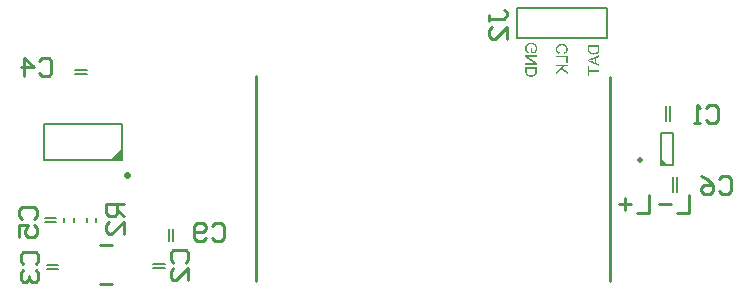
<source format=gbo>
G04 Layer_Color=32896*
%FSLAX42Y42*%
%MOMM*%
G71*
G01*
G75*
%ADD15C,0.50*%
%ADD31C,0.25*%
%ADD32C,0.20*%
%ADD33C,0.13*%
%ADD53C,0.60*%
G36*
X5574Y1986D02*
X5660D01*
Y1973D01*
X5574D01*
Y1941D01*
X5562D01*
Y2018D01*
X5574D01*
Y1986D01*
D02*
G37*
G36*
X5660Y2099D02*
X5630Y2088D01*
Y2047D01*
X5660Y2036D01*
Y2021D01*
X5562Y2061D01*
Y2075D01*
X5660Y2112D01*
Y2099D01*
D02*
G37*
G36*
Y2165D02*
X5660Y2162D01*
X5660Y2159D01*
X5659Y2156D01*
X5659Y2154D01*
X5659Y2152D01*
X5659Y2150D01*
X5659Y2150D01*
X5658Y2150D01*
Y2149D01*
Y2149D01*
X5658Y2147D01*
X5657Y2144D01*
X5656Y2142D01*
X5655Y2141D01*
X5655Y2139D01*
X5654Y2138D01*
X5654Y2138D01*
X5654Y2138D01*
X5652Y2136D01*
X5651Y2134D01*
X5649Y2133D01*
X5648Y2131D01*
X5647Y2130D01*
X5646Y2129D01*
X5645Y2129D01*
X5645Y2129D01*
X5642Y2127D01*
X5640Y2126D01*
X5638Y2125D01*
X5635Y2124D01*
X5633Y2123D01*
X5632Y2122D01*
X5631Y2122D01*
X5631Y2122D01*
X5631Y2122D01*
X5631D01*
X5627Y2121D01*
X5624Y2120D01*
X5621Y2120D01*
X5617Y2120D01*
X5615Y2120D01*
X5614D01*
X5613Y2119D01*
X5611D01*
X5606Y2120D01*
X5602Y2120D01*
X5598Y2121D01*
X5596Y2121D01*
X5594Y2121D01*
X5593Y2122D01*
X5591Y2122D01*
X5590Y2122D01*
X5589Y2123D01*
X5589Y2123D01*
X5588Y2123D01*
X5588Y2123D01*
X5588D01*
X5584Y2125D01*
X5581Y2127D01*
X5578Y2129D01*
X5575Y2131D01*
X5573Y2132D01*
X5572Y2134D01*
X5572Y2134D01*
X5571Y2135D01*
X5571Y2135D01*
X5571Y2135D01*
X5569Y2137D01*
X5568Y2140D01*
X5566Y2142D01*
X5565Y2144D01*
X5565Y2146D01*
X5564Y2148D01*
X5564Y2148D01*
Y2149D01*
X5564Y2149D01*
Y2149D01*
X5563Y2152D01*
X5563Y2154D01*
X5563Y2157D01*
X5563Y2160D01*
X5562Y2163D01*
Y2164D01*
Y2165D01*
Y2165D01*
Y2166D01*
Y2166D01*
Y2166D01*
Y2200D01*
X5660D01*
Y2165D01*
D02*
G37*
G36*
X5130Y1977D02*
X5130Y1974D01*
X5130Y1971D01*
X5129Y1968D01*
X5129Y1966D01*
X5129Y1964D01*
X5129Y1963D01*
X5129Y1962D01*
X5128Y1962D01*
Y1962D01*
Y1961D01*
X5128Y1959D01*
X5127Y1957D01*
X5126Y1955D01*
X5125Y1953D01*
X5125Y1952D01*
X5124Y1951D01*
X5124Y1950D01*
X5124Y1950D01*
X5122Y1948D01*
X5121Y1946D01*
X5119Y1945D01*
X5118Y1944D01*
X5117Y1942D01*
X5116Y1942D01*
X5115Y1941D01*
X5115Y1941D01*
X5112Y1939D01*
X5110Y1938D01*
X5108Y1937D01*
X5105Y1936D01*
X5103Y1935D01*
X5102Y1935D01*
X5101Y1935D01*
X5101Y1934D01*
X5101Y1934D01*
X5101D01*
X5097Y1933D01*
X5094Y1933D01*
X5091Y1932D01*
X5087Y1932D01*
X5085Y1932D01*
X5084D01*
X5083Y1932D01*
X5081D01*
X5076Y1932D01*
X5072Y1932D01*
X5068Y1933D01*
X5066Y1933D01*
X5064Y1934D01*
X5063Y1934D01*
X5061Y1934D01*
X5060Y1935D01*
X5059Y1935D01*
X5059Y1935D01*
X5058Y1935D01*
X5058Y1936D01*
X5058D01*
X5054Y1937D01*
X5051Y1939D01*
X5048Y1941D01*
X5045Y1943D01*
X5043Y1944D01*
X5042Y1946D01*
X5042Y1946D01*
X5041Y1947D01*
X5041Y1947D01*
X5041Y1947D01*
X5039Y1949D01*
X5038Y1952D01*
X5036Y1954D01*
X5035Y1956D01*
X5035Y1958D01*
X5034Y1960D01*
X5034Y1960D01*
Y1961D01*
X5034Y1961D01*
Y1961D01*
X5033Y1964D01*
X5033Y1967D01*
X5033Y1969D01*
X5033Y1972D01*
X5032Y1975D01*
Y1976D01*
Y1977D01*
Y1978D01*
Y1978D01*
Y1979D01*
Y1979D01*
Y2012D01*
X5130D01*
Y1977D01*
D02*
G37*
G36*
Y2098D02*
X5053D01*
X5130Y2047D01*
Y2034D01*
X5032D01*
Y2046D01*
X5109D01*
X5032Y2097D01*
Y2111D01*
X5130D01*
Y2098D01*
D02*
G37*
G36*
X5087Y2220D02*
X5092Y2219D01*
X5094Y2219D01*
X5096Y2218D01*
X5098Y2218D01*
X5100Y2217D01*
X5102Y2216D01*
X5103Y2216D01*
X5105Y2215D01*
X5106Y2215D01*
X5107Y2215D01*
X5107Y2214D01*
X5108Y2214D01*
X5108D01*
X5112Y2212D01*
X5115Y2209D01*
X5119Y2206D01*
X5121Y2203D01*
X5123Y2200D01*
X5124Y2199D01*
X5125Y2198D01*
X5125Y2197D01*
X5125Y2197D01*
X5125Y2196D01*
X5126Y2196D01*
X5127Y2194D01*
X5128Y2192D01*
X5129Y2187D01*
X5130Y2183D01*
X5131Y2179D01*
X5131Y2177D01*
X5131Y2175D01*
X5132Y2174D01*
Y2172D01*
X5132Y2172D01*
Y2171D01*
Y2170D01*
Y2170D01*
X5132Y2166D01*
X5131Y2162D01*
X5130Y2159D01*
X5130Y2156D01*
X5129Y2154D01*
X5129Y2153D01*
X5129Y2152D01*
X5128Y2151D01*
X5128Y2150D01*
X5128Y2150D01*
X5128Y2150D01*
Y2149D01*
X5126Y2146D01*
X5125Y2142D01*
X5123Y2139D01*
X5121Y2136D01*
X5120Y2134D01*
X5119Y2133D01*
X5118Y2132D01*
X5118Y2131D01*
X5117Y2131D01*
X5117Y2130D01*
X5117Y2130D01*
X5116Y2130D01*
X5080D01*
Y2171D01*
X5092D01*
Y2142D01*
X5110D01*
X5112Y2144D01*
X5113Y2146D01*
X5114Y2148D01*
X5115Y2150D01*
X5116Y2152D01*
X5116Y2153D01*
X5117Y2154D01*
X5117Y2154D01*
X5117Y2154D01*
Y2155D01*
X5118Y2158D01*
X5119Y2161D01*
X5119Y2163D01*
X5120Y2166D01*
X5120Y2168D01*
Y2169D01*
X5120Y2170D01*
Y2170D01*
Y2171D01*
Y2171D01*
Y2171D01*
X5120Y2174D01*
X5119Y2178D01*
X5119Y2181D01*
X5118Y2184D01*
X5117Y2186D01*
X5117Y2187D01*
X5117Y2188D01*
X5116Y2188D01*
X5116Y2189D01*
X5116Y2189D01*
Y2189D01*
X5114Y2192D01*
X5112Y2195D01*
X5110Y2197D01*
X5108Y2199D01*
X5106Y2201D01*
X5104Y2202D01*
X5104Y2202D01*
X5103Y2202D01*
X5103Y2202D01*
X5103D01*
X5099Y2204D01*
X5096Y2205D01*
X5092Y2206D01*
X5089Y2206D01*
X5087Y2206D01*
X5086Y2206D01*
X5084Y2207D01*
X5083D01*
X5082Y2207D01*
X5081D01*
X5077Y2207D01*
X5073Y2206D01*
X5070Y2206D01*
X5067Y2205D01*
X5066Y2205D01*
X5065Y2204D01*
X5064Y2204D01*
X5063Y2204D01*
X5062Y2203D01*
X5062Y2203D01*
X5061Y2203D01*
X5061D01*
X5059Y2202D01*
X5058Y2201D01*
X5056Y2200D01*
X5054Y2199D01*
X5053Y2198D01*
X5052Y2198D01*
X5052Y2197D01*
X5052Y2197D01*
X5050Y2195D01*
X5049Y2194D01*
X5048Y2192D01*
X5046Y2190D01*
X5046Y2189D01*
X5045Y2188D01*
X5045Y2187D01*
X5045Y2186D01*
X5044Y2184D01*
X5043Y2181D01*
X5042Y2179D01*
X5042Y2176D01*
X5042Y2174D01*
Y2173D01*
X5042Y2173D01*
Y2172D01*
Y2172D01*
Y2171D01*
Y2171D01*
X5042Y2168D01*
X5042Y2166D01*
X5043Y2164D01*
X5043Y2162D01*
X5044Y2160D01*
X5044Y2159D01*
X5044Y2158D01*
X5044Y2158D01*
X5045Y2156D01*
X5047Y2154D01*
X5048Y2152D01*
X5049Y2151D01*
X5050Y2150D01*
X5050Y2149D01*
X5051Y2149D01*
X5051Y2148D01*
X5053Y2147D01*
X5055Y2146D01*
X5057Y2145D01*
X5059Y2144D01*
X5060Y2144D01*
X5062Y2143D01*
X5062Y2143D01*
X5063Y2143D01*
X5063Y2143D01*
X5063D01*
X5060Y2131D01*
X5056Y2132D01*
X5053Y2133D01*
X5050Y2135D01*
X5048Y2136D01*
X5046Y2137D01*
X5045Y2138D01*
X5044Y2138D01*
X5044Y2139D01*
X5042Y2141D01*
X5040Y2143D01*
X5038Y2145D01*
X5037Y2147D01*
X5036Y2149D01*
X5035Y2151D01*
X5035Y2151D01*
X5034Y2152D01*
X5034Y2152D01*
Y2152D01*
X5033Y2155D01*
X5032Y2159D01*
X5032Y2162D01*
X5031Y2165D01*
X5031Y2167D01*
Y2169D01*
X5031Y2169D01*
Y2170D01*
Y2171D01*
Y2171D01*
Y2171D01*
Y2174D01*
X5031Y2176D01*
X5032Y2181D01*
X5032Y2184D01*
X5033Y2186D01*
X5033Y2188D01*
X5034Y2190D01*
X5034Y2191D01*
X5035Y2193D01*
X5035Y2194D01*
X5036Y2195D01*
X5036Y2196D01*
X5037Y2196D01*
X5037Y2197D01*
X5037Y2197D01*
X5038Y2199D01*
X5039Y2201D01*
X5042Y2204D01*
X5045Y2207D01*
X5048Y2210D01*
X5051Y2212D01*
X5052Y2212D01*
X5053Y2213D01*
X5054Y2214D01*
X5055Y2214D01*
X5055Y2214D01*
X5055Y2214D01*
X5060Y2216D01*
X5065Y2217D01*
X5069Y2219D01*
X5071Y2219D01*
X5073Y2219D01*
X5075Y2219D01*
X5077Y2220D01*
X5078Y2220D01*
X5079D01*
X5080Y2220D01*
X5082D01*
X5087Y2220D01*
D02*
G37*
G36*
X5346Y2210D02*
X5351Y2209D01*
X5355Y2208D01*
X5357Y2208D01*
X5359Y2207D01*
X5361Y2207D01*
X5362Y2206D01*
X5363Y2206D01*
X5365Y2206D01*
X5365Y2205D01*
X5366Y2205D01*
X5367Y2205D01*
X5367D01*
X5371Y2203D01*
X5375Y2200D01*
X5378Y2198D01*
X5379Y2197D01*
X5381Y2195D01*
X5382Y2194D01*
X5383Y2193D01*
X5384Y2192D01*
X5384Y2191D01*
X5385Y2191D01*
X5385Y2190D01*
X5385Y2190D01*
X5385Y2190D01*
X5386Y2188D01*
X5387Y2186D01*
X5389Y2182D01*
X5390Y2177D01*
X5391Y2173D01*
X5391Y2171D01*
X5391Y2170D01*
X5392Y2168D01*
Y2167D01*
X5392Y2166D01*
Y2165D01*
Y2164D01*
Y2164D01*
X5392Y2161D01*
X5391Y2159D01*
X5391Y2156D01*
X5390Y2154D01*
X5390Y2151D01*
X5389Y2149D01*
X5388Y2147D01*
X5387Y2146D01*
X5387Y2144D01*
X5386Y2142D01*
X5385Y2141D01*
X5385Y2140D01*
X5384Y2140D01*
X5384Y2139D01*
X5384Y2139D01*
X5383Y2138D01*
X5382Y2136D01*
X5380Y2135D01*
X5378Y2133D01*
X5376Y2132D01*
X5372Y2129D01*
X5368Y2127D01*
X5366Y2126D01*
X5365Y2126D01*
X5363Y2125D01*
X5362Y2125D01*
X5361Y2124D01*
X5360Y2124D01*
X5359Y2124D01*
X5359D01*
X5356Y2137D01*
X5358Y2137D01*
X5360Y2138D01*
X5362Y2139D01*
X5364Y2139D01*
X5366Y2140D01*
X5367Y2141D01*
X5369Y2142D01*
X5370Y2143D01*
X5371Y2144D01*
X5372Y2144D01*
X5373Y2145D01*
X5373Y2146D01*
X5374Y2146D01*
X5374Y2147D01*
X5374Y2147D01*
X5374Y2147D01*
X5376Y2148D01*
X5376Y2150D01*
X5378Y2153D01*
X5379Y2156D01*
X5380Y2159D01*
X5380Y2162D01*
X5381Y2162D01*
Y2163D01*
X5381Y2164D01*
Y2165D01*
Y2165D01*
Y2165D01*
X5381Y2169D01*
X5380Y2172D01*
X5379Y2174D01*
X5378Y2177D01*
X5378Y2179D01*
X5377Y2180D01*
X5377Y2181D01*
X5377Y2181D01*
X5376Y2182D01*
X5376Y2182D01*
Y2182D01*
X5374Y2185D01*
X5372Y2187D01*
X5370Y2189D01*
X5367Y2190D01*
X5365Y2192D01*
X5364Y2193D01*
X5363Y2193D01*
X5363Y2193D01*
X5362Y2193D01*
X5362D01*
X5359Y2194D01*
X5355Y2195D01*
X5351Y2196D01*
X5348Y2196D01*
X5346Y2196D01*
X5345Y2197D01*
X5344D01*
X5343Y2197D01*
X5341D01*
X5337Y2197D01*
X5333Y2196D01*
X5330Y2196D01*
X5328Y2195D01*
X5325Y2195D01*
X5324Y2194D01*
X5323Y2194D01*
X5323Y2194D01*
X5322Y2194D01*
X5322Y2194D01*
X5322D01*
X5319Y2192D01*
X5316Y2191D01*
X5313Y2189D01*
X5311Y2187D01*
X5309Y2186D01*
X5308Y2184D01*
X5308Y2183D01*
X5307Y2183D01*
Y2183D01*
X5305Y2180D01*
X5304Y2177D01*
X5303Y2174D01*
X5302Y2171D01*
X5302Y2168D01*
X5302Y2167D01*
Y2166D01*
X5302Y2165D01*
Y2165D01*
Y2164D01*
Y2164D01*
X5302Y2161D01*
X5302Y2158D01*
X5303Y2155D01*
X5304Y2152D01*
X5305Y2151D01*
X5306Y2149D01*
X5306Y2148D01*
X5307Y2148D01*
X5309Y2146D01*
X5311Y2144D01*
X5314Y2142D01*
X5316Y2141D01*
X5319Y2140D01*
X5320Y2139D01*
X5321Y2139D01*
X5321Y2139D01*
X5322Y2138D01*
X5322Y2138D01*
X5322D01*
X5319Y2125D01*
X5317Y2126D01*
X5314Y2127D01*
X5312Y2128D01*
X5310Y2129D01*
X5308Y2130D01*
X5307Y2132D01*
X5305Y2133D01*
X5304Y2134D01*
X5302Y2135D01*
X5301Y2136D01*
X5300Y2137D01*
X5300Y2138D01*
X5299Y2138D01*
X5299Y2139D01*
X5298Y2139D01*
X5298Y2139D01*
X5297Y2141D01*
X5296Y2143D01*
X5295Y2145D01*
X5294Y2147D01*
X5293Y2152D01*
X5292Y2155D01*
X5291Y2157D01*
X5291Y2159D01*
X5291Y2160D01*
X5291Y2162D01*
X5291Y2163D01*
Y2163D01*
Y2164D01*
Y2164D01*
X5291Y2169D01*
X5292Y2173D01*
X5293Y2177D01*
X5293Y2179D01*
X5294Y2181D01*
X5294Y2182D01*
X5295Y2184D01*
X5295Y2185D01*
X5296Y2186D01*
X5296Y2187D01*
X5296Y2187D01*
X5297Y2188D01*
X5297Y2188D01*
X5299Y2192D01*
X5302Y2195D01*
X5305Y2198D01*
X5308Y2200D01*
X5310Y2202D01*
X5311Y2203D01*
X5312Y2203D01*
X5313Y2204D01*
X5313Y2204D01*
X5314Y2204D01*
X5314Y2204D01*
X5318Y2206D01*
X5323Y2208D01*
X5327Y2209D01*
X5331Y2209D01*
X5333Y2210D01*
X5335Y2210D01*
X5337Y2210D01*
X5338D01*
X5339Y2210D01*
X5341D01*
X5346Y2210D01*
D02*
G37*
G36*
X6235Y1185D02*
X6179D01*
Y1241D01*
X6235Y1185D01*
D02*
G37*
G36*
X1620Y1225D02*
X1520D01*
X1620Y1325D01*
Y1225D01*
D02*
G37*
G36*
X5390Y2047D02*
X5378D01*
Y2095D01*
X5292D01*
Y2108D01*
X5390D01*
Y2047D01*
D02*
G37*
G36*
Y2020D02*
X5356D01*
X5341Y2004D01*
X5390Y1969D01*
Y1952D01*
X5332Y1995D01*
X5292Y1954D01*
Y1971D01*
X5341Y2020D01*
X5292D01*
Y2033D01*
X5390D01*
Y2020D01*
D02*
G37*
%LPC*%
G36*
X5620Y2084D02*
X5591Y2074D01*
X5588Y2072D01*
X5584Y2071D01*
X5581Y2070D01*
X5579Y2070D01*
X5576Y2069D01*
X5575Y2069D01*
X5574Y2069D01*
X5574Y2068D01*
X5573D01*
X5573Y2068D01*
X5573D01*
X5576Y2067D01*
X5579Y2066D01*
X5583Y2065D01*
X5586Y2064D01*
X5587Y2063D01*
X5589Y2063D01*
X5590Y2063D01*
X5591Y2062D01*
X5592Y2062D01*
X5592Y2062D01*
X5593Y2061D01*
X5593D01*
X5620Y2051D01*
Y2084D01*
D02*
G37*
G36*
X5648Y2187D02*
X5574D01*
Y2167D01*
Y2164D01*
X5574Y2163D01*
Y2161D01*
X5574Y2159D01*
X5575Y2156D01*
X5575Y2154D01*
X5575Y2152D01*
X5576Y2151D01*
X5576Y2150D01*
X5576Y2150D01*
X5577Y2147D01*
X5579Y2145D01*
X5581Y2143D01*
X5583Y2141D01*
X5584Y2140D01*
X5586Y2139D01*
X5586Y2138D01*
X5587Y2138D01*
X5587Y2138D01*
X5587D01*
X5589Y2137D01*
X5591Y2136D01*
X5594Y2135D01*
X5598Y2134D01*
X5602Y2133D01*
X5604Y2133D01*
X5605Y2133D01*
X5607Y2133D01*
X5608D01*
X5609Y2133D01*
X5611D01*
X5614Y2133D01*
X5618Y2133D01*
X5621Y2133D01*
X5624Y2134D01*
X5625Y2134D01*
X5626Y2134D01*
X5627Y2135D01*
X5628Y2135D01*
X5629Y2135D01*
X5629Y2135D01*
X5629Y2135D01*
X5629D01*
X5632Y2136D01*
X5634Y2137D01*
X5637Y2139D01*
X5638Y2140D01*
X5640Y2141D01*
X5641Y2142D01*
X5641Y2142D01*
X5642Y2142D01*
X5643Y2144D01*
X5644Y2145D01*
X5645Y2147D01*
X5645Y2148D01*
X5646Y2149D01*
X5646Y2150D01*
X5647Y2151D01*
X5647Y2151D01*
X5647Y2153D01*
X5648Y2156D01*
X5648Y2158D01*
X5648Y2161D01*
X5648Y2163D01*
X5648Y2164D01*
Y2165D01*
Y2165D01*
Y2166D01*
Y2166D01*
Y2166D01*
Y2187D01*
D02*
G37*
G36*
X5118Y1999D02*
X5044D01*
Y1979D01*
Y1977D01*
X5044Y1975D01*
Y1973D01*
X5044Y1971D01*
X5045Y1969D01*
X5045Y1966D01*
X5045Y1964D01*
X5046Y1963D01*
X5046Y1962D01*
X5046Y1962D01*
X5047Y1960D01*
X5049Y1957D01*
X5051Y1955D01*
X5053Y1953D01*
X5054Y1952D01*
X5056Y1951D01*
X5056Y1950D01*
X5057Y1950D01*
X5057Y1950D01*
X5057D01*
X5059Y1949D01*
X5061Y1948D01*
X5064Y1947D01*
X5068Y1946D01*
X5072Y1945D01*
X5074Y1945D01*
X5075Y1945D01*
X5077Y1945D01*
X5078D01*
X5079Y1945D01*
X5081D01*
X5084Y1945D01*
X5088Y1945D01*
X5091Y1946D01*
X5094Y1946D01*
X5095Y1946D01*
X5096Y1947D01*
X5097Y1947D01*
X5098Y1947D01*
X5099Y1947D01*
X5099Y1947D01*
X5099Y1948D01*
X5099D01*
X5102Y1948D01*
X5104Y1950D01*
X5107Y1951D01*
X5108Y1952D01*
X5110Y1953D01*
X5111Y1954D01*
X5111Y1954D01*
X5112Y1955D01*
X5113Y1956D01*
X5114Y1957D01*
X5115Y1959D01*
X5115Y1960D01*
X5116Y1961D01*
X5116Y1962D01*
X5117Y1963D01*
X5117Y1963D01*
X5117Y1966D01*
X5118Y1968D01*
X5118Y1971D01*
X5118Y1973D01*
X5118Y1975D01*
X5118Y1976D01*
Y1977D01*
Y1978D01*
Y1978D01*
Y1978D01*
Y1979D01*
Y1999D01*
D02*
G37*
%LPD*%
D15*
X6003Y1224D02*
X6003Y1225D01*
X6003Y1225D01*
X6003Y1225D01*
X6003Y1224D01*
D31*
X5750Y200D02*
Y1930D01*
X2750Y200D02*
X2750Y1940D01*
X1430Y180D02*
X1530D01*
X1430Y505D02*
X1530D01*
X2378Y667D02*
X2404Y692D01*
X2455D01*
X2480Y667D01*
Y565D01*
X2455Y540D01*
X2404D01*
X2378Y565D01*
X2328D02*
X2302Y540D01*
X2251D01*
X2226Y565D01*
Y667D01*
X2251Y692D01*
X2302D01*
X2328Y667D01*
Y642D01*
X2302Y616D01*
X2226D01*
X6668Y1067D02*
X6694Y1092D01*
X6745D01*
X6770Y1067D01*
Y965D01*
X6745Y940D01*
X6694D01*
X6668Y965D01*
X6516Y1092D02*
X6567Y1067D01*
X6618Y1016D01*
Y965D01*
X6592Y940D01*
X6541D01*
X6516Y965D01*
Y991D01*
X6541Y1016D01*
X6618D01*
X6558Y1667D02*
X6584Y1692D01*
X6635D01*
X6660Y1667D01*
Y1565D01*
X6635Y1540D01*
X6584D01*
X6558Y1565D01*
X6508Y1540D02*
X6457D01*
X6482D01*
Y1692D01*
X6508Y1667D01*
X1630Y850D02*
X1478D01*
Y774D01*
X1503Y748D01*
X1554D01*
X1579Y774D01*
Y850D01*
Y799D02*
X1630Y748D01*
Y596D02*
Y698D01*
X1528Y596D01*
X1503D01*
X1478Y621D01*
Y672D01*
X1503Y698D01*
X6420Y932D02*
Y780D01*
X6318D01*
X6268Y856D02*
X6166D01*
X6080Y932D02*
Y780D01*
X5978D01*
X5928Y856D02*
X5826D01*
X5877Y907D02*
Y805D01*
X773Y728D02*
X748Y754D01*
Y805D01*
X773Y830D01*
X875D01*
X900Y805D01*
Y754D01*
X875Y728D01*
X748Y576D02*
Y678D01*
X824D01*
X798Y627D01*
Y601D01*
X824Y576D01*
X875D01*
X900Y601D01*
Y652D01*
X875Y678D01*
X918Y2067D02*
X944Y2092D01*
X995D01*
X1020Y2067D01*
Y1965D01*
X995Y1940D01*
X944D01*
X918Y1965D01*
X791Y1940D02*
Y2092D01*
X868Y2016D01*
X766D01*
X783Y348D02*
X758Y374D01*
Y425D01*
X783Y450D01*
X885D01*
X910Y425D01*
Y374D01*
X885Y348D01*
X783Y298D02*
X758Y272D01*
Y221D01*
X783Y196D01*
X808D01*
X834Y221D01*
Y247D01*
Y221D01*
X859Y196D01*
X885D01*
X910Y221D01*
Y272D01*
X885Y298D01*
X2053Y358D02*
X2028Y384D01*
Y435D01*
X2053Y460D01*
X2155D01*
X2180Y435D01*
Y384D01*
X2155Y358D01*
X2180Y206D02*
Y308D01*
X2078Y206D01*
X2053D01*
X2028Y231D01*
Y282D01*
X2053Y308D01*
X4728Y2399D02*
Y2450D01*
Y2424D01*
X4855D01*
X4880Y2450D01*
Y2475D01*
X4855Y2500D01*
X4880Y2247D02*
Y2348D01*
X4778Y2247D01*
X4753D01*
X4728Y2272D01*
Y2323D01*
X4753Y2348D01*
D32*
X5727Y2263D02*
Y2517D01*
X4965D02*
X5727D01*
X4965Y2263D02*
Y2517D01*
Y2263D02*
X5727D01*
D33*
X2048Y542D02*
Y638D01*
X2012Y542D02*
Y638D01*
X1222Y1988D02*
X1318D01*
X1222Y1952D02*
X1318D01*
X1211Y705D02*
Y735D01*
X1129Y705D02*
Y735D01*
X962Y738D02*
X1058D01*
X962Y702D02*
X1058D01*
X1401Y705D02*
Y735D01*
X1319Y705D02*
Y735D01*
X1882Y312D02*
X1978D01*
X1882Y348D02*
X1978D01*
X982Y338D02*
X1078D01*
X982Y302D02*
X1078D01*
X6225Y1555D02*
Y1685D01*
X6255Y1555D02*
Y1685D01*
X6315Y955D02*
Y1085D01*
X6285Y955D02*
Y1085D01*
X960Y1225D02*
Y1535D01*
X1620D01*
X960Y1225D02*
X1620D01*
Y1535D01*
X6179Y1185D02*
X6281D01*
X6179Y1455D02*
X6179Y1185D01*
X6281D02*
Y1455D01*
X6179D02*
X6281D01*
D53*
X1661Y1095D02*
X1660Y1095D01*
X1660Y1095D01*
X1660Y1096D01*
X1661Y1095D01*
M02*

</source>
